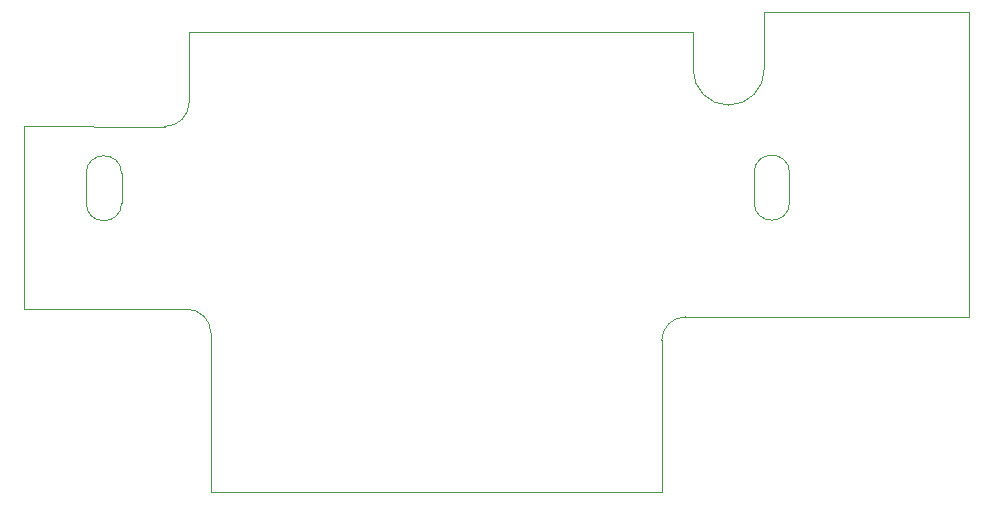
<source format=gbr>
%TF.GenerationSoftware,KiCad,Pcbnew,8.0.4*%
%TF.CreationDate,2024-08-05T15:07:31+01:00*%
%TF.ProjectId,XBox button board,58426f78-2062-4757-9474-6f6e20626f61,rev?*%
%TF.SameCoordinates,Original*%
%TF.FileFunction,Profile,NP*%
%FSLAX46Y46*%
G04 Gerber Fmt 4.6, Leading zero omitted, Abs format (unit mm)*
G04 Created by KiCad (PCBNEW 8.0.4) date 2024-08-05 15:07:31*
%MOMM*%
%LPD*%
G01*
G04 APERTURE LIST*
%TA.AperFunction,Profile*%
%ADD10C,0.100000*%
%TD*%
G04 APERTURE END LIST*
D10*
X125056000Y-105100989D02*
X125050000Y-118600000D01*
X109260551Y-87620365D02*
X109260830Y-103106000D01*
X171912000Y-82780803D02*
G75*
G02*
X165892525Y-82766511I-3009800J-19197D01*
G01*
X125050000Y-118600000D02*
X163235830Y-118600000D01*
X165892525Y-82766511D02*
X165902830Y-79611000D01*
X189270830Y-103741000D02*
X165235830Y-103741000D01*
X189270830Y-103741000D02*
X189270830Y-77960000D01*
X123230830Y-79611000D02*
X123233636Y-85549020D01*
X171912688Y-77959696D02*
X189270830Y-77960000D01*
X163235830Y-105741000D02*
X163235830Y-118600000D01*
X117500000Y-94100000D02*
G75*
G02*
X114500000Y-94100000I-1500000J0D01*
G01*
X174050000Y-94050000D02*
G75*
G02*
X171050000Y-94050000I-1500000J0D01*
G01*
X174050000Y-94050000D02*
X174050000Y-91550000D01*
X171050000Y-91550000D02*
G75*
G02*
X174050000Y-91550000I1500000J0D01*
G01*
X121154613Y-87622826D02*
X109260551Y-87620365D01*
X114500000Y-94100000D02*
X114500000Y-91600000D01*
X163235830Y-105741000D02*
G75*
G02*
X165235830Y-103741030I1999970J0D01*
G01*
X123233636Y-85549020D02*
G75*
G02*
X121154613Y-87622827I-2072836J-980D01*
G01*
X123230830Y-79611000D02*
X165902830Y-79611000D01*
X123055030Y-103100000D02*
G75*
G02*
X125056000Y-105100989I870J-2000100D01*
G01*
X171912000Y-82780803D02*
X171912688Y-77959696D01*
X171050000Y-94050000D02*
X171050000Y-91550000D01*
X117500000Y-94100000D02*
X117500000Y-91600000D01*
X109260830Y-103106000D02*
X123055030Y-103100000D01*
X114500000Y-91600000D02*
G75*
G02*
X117500000Y-91600000I1500000J0D01*
G01*
M02*

</source>
